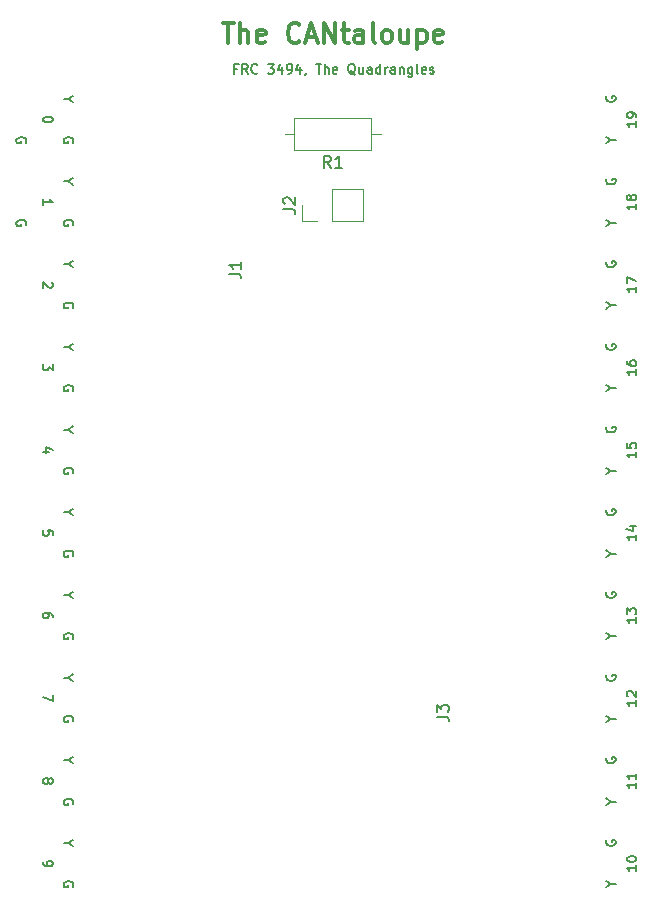
<source format=gbr>
G04 #@! TF.GenerationSoftware,KiCad,Pcbnew,(5.1.4)-1*
G04 #@! TF.CreationDate,2020-01-22T18:28:44-05:00*
G04 #@! TF.ProjectId,Star CAN Board,53746172-2043-4414-9e20-426f6172642e,rev?*
G04 #@! TF.SameCoordinates,Original*
G04 #@! TF.FileFunction,Legend,Top*
G04 #@! TF.FilePolarity,Positive*
%FSLAX46Y46*%
G04 Gerber Fmt 4.6, Leading zero omitted, Abs format (unit mm)*
G04 Created by KiCad (PCBNEW (5.1.4)-1) date 2020-01-22 18:28:44*
%MOMM*%
%LPD*%
G04 APERTURE LIST*
%ADD10C,0.150000*%
%ADD11C,0.300000*%
%ADD12C,0.120000*%
G04 APERTURE END LIST*
D10*
X159093600Y-81287123D02*
X159054895Y-81364533D01*
X159054895Y-81480647D01*
X159093600Y-81596761D01*
X159171009Y-81674171D01*
X159248419Y-81712876D01*
X159403238Y-81751580D01*
X159519352Y-81751580D01*
X159674171Y-81712876D01*
X159751580Y-81674171D01*
X159828990Y-81596761D01*
X159867695Y-81480647D01*
X159867695Y-81403238D01*
X159828990Y-81287123D01*
X159790285Y-81248419D01*
X159519352Y-81248419D01*
X159519352Y-81403238D01*
X159093600Y-74287123D02*
X159054895Y-74364533D01*
X159054895Y-74480647D01*
X159093600Y-74596761D01*
X159171009Y-74674171D01*
X159248419Y-74712876D01*
X159403238Y-74751580D01*
X159519352Y-74751580D01*
X159674171Y-74712876D01*
X159751580Y-74674171D01*
X159828990Y-74596761D01*
X159867695Y-74480647D01*
X159867695Y-74403238D01*
X159828990Y-74287123D01*
X159790285Y-74248419D01*
X159519352Y-74248419D01*
X159519352Y-74403238D01*
X159093600Y-95287123D02*
X159054895Y-95364533D01*
X159054895Y-95480647D01*
X159093600Y-95596761D01*
X159171009Y-95674171D01*
X159248419Y-95712876D01*
X159403238Y-95751580D01*
X159519352Y-95751580D01*
X159674171Y-95712876D01*
X159751580Y-95674171D01*
X159828990Y-95596761D01*
X159867695Y-95480647D01*
X159867695Y-95403238D01*
X159828990Y-95287123D01*
X159790285Y-95248419D01*
X159519352Y-95248419D01*
X159519352Y-95403238D01*
X159093600Y-88287123D02*
X159054895Y-88364533D01*
X159054895Y-88480647D01*
X159093600Y-88596761D01*
X159171009Y-88674171D01*
X159248419Y-88712876D01*
X159403238Y-88751580D01*
X159519352Y-88751580D01*
X159674171Y-88712876D01*
X159751580Y-88674171D01*
X159828990Y-88596761D01*
X159867695Y-88480647D01*
X159867695Y-88403238D01*
X159828990Y-88287123D01*
X159790285Y-88248419D01*
X159519352Y-88248419D01*
X159519352Y-88403238D01*
X159093600Y-109287123D02*
X159054895Y-109364533D01*
X159054895Y-109480647D01*
X159093600Y-109596761D01*
X159171009Y-109674171D01*
X159248419Y-109712876D01*
X159403238Y-109751580D01*
X159519352Y-109751580D01*
X159674171Y-109712876D01*
X159751580Y-109674171D01*
X159828990Y-109596761D01*
X159867695Y-109480647D01*
X159867695Y-109403238D01*
X159828990Y-109287123D01*
X159790285Y-109248419D01*
X159519352Y-109248419D01*
X159519352Y-109403238D01*
X159093600Y-102287123D02*
X159054895Y-102364533D01*
X159054895Y-102480647D01*
X159093600Y-102596761D01*
X159171009Y-102674171D01*
X159248419Y-102712876D01*
X159403238Y-102751580D01*
X159519352Y-102751580D01*
X159674171Y-102712876D01*
X159751580Y-102674171D01*
X159828990Y-102596761D01*
X159867695Y-102480647D01*
X159867695Y-102403238D01*
X159828990Y-102287123D01*
X159790285Y-102248419D01*
X159519352Y-102248419D01*
X159519352Y-102403238D01*
X159093600Y-123287123D02*
X159054895Y-123364533D01*
X159054895Y-123480647D01*
X159093600Y-123596761D01*
X159171009Y-123674171D01*
X159248419Y-123712876D01*
X159403238Y-123751580D01*
X159519352Y-123751580D01*
X159674171Y-123712876D01*
X159751580Y-123674171D01*
X159828990Y-123596761D01*
X159867695Y-123480647D01*
X159867695Y-123403238D01*
X159828990Y-123287123D01*
X159790285Y-123248419D01*
X159519352Y-123248419D01*
X159519352Y-123403238D01*
X159093600Y-116287123D02*
X159054895Y-116364533D01*
X159054895Y-116480647D01*
X159093600Y-116596761D01*
X159171009Y-116674171D01*
X159248419Y-116712876D01*
X159403238Y-116751580D01*
X159519352Y-116751580D01*
X159674171Y-116712876D01*
X159751580Y-116674171D01*
X159828990Y-116596761D01*
X159867695Y-116480647D01*
X159867695Y-116403238D01*
X159828990Y-116287123D01*
X159790285Y-116248419D01*
X159519352Y-116248419D01*
X159519352Y-116403238D01*
X159093600Y-137287123D02*
X159054895Y-137364533D01*
X159054895Y-137480647D01*
X159093600Y-137596761D01*
X159171009Y-137674171D01*
X159248419Y-137712876D01*
X159403238Y-137751580D01*
X159519352Y-137751580D01*
X159674171Y-137712876D01*
X159751580Y-137674171D01*
X159828990Y-137596761D01*
X159867695Y-137480647D01*
X159867695Y-137403238D01*
X159828990Y-137287123D01*
X159790285Y-137248419D01*
X159519352Y-137248419D01*
X159519352Y-137403238D01*
X159093600Y-130287123D02*
X159054895Y-130364533D01*
X159054895Y-130480647D01*
X159093600Y-130596761D01*
X159171009Y-130674171D01*
X159248419Y-130712876D01*
X159403238Y-130751580D01*
X159519352Y-130751580D01*
X159674171Y-130712876D01*
X159751580Y-130674171D01*
X159828990Y-130596761D01*
X159867695Y-130480647D01*
X159867695Y-130403238D01*
X159828990Y-130287123D01*
X159790285Y-130248419D01*
X159519352Y-130248419D01*
X159519352Y-130403238D01*
X113906400Y-134212876D02*
X113945104Y-134135466D01*
X113945104Y-134019352D01*
X113906400Y-133903238D01*
X113828990Y-133825828D01*
X113751580Y-133787123D01*
X113596761Y-133748419D01*
X113480647Y-133748419D01*
X113325828Y-133787123D01*
X113248419Y-133825828D01*
X113171009Y-133903238D01*
X113132304Y-134019352D01*
X113132304Y-134096761D01*
X113171009Y-134212876D01*
X113209714Y-134251580D01*
X113480647Y-134251580D01*
X113480647Y-134096761D01*
X113906400Y-141212876D02*
X113945104Y-141135466D01*
X113945104Y-141019352D01*
X113906400Y-140903238D01*
X113828990Y-140825828D01*
X113751580Y-140787123D01*
X113596761Y-140748419D01*
X113480647Y-140748419D01*
X113325828Y-140787123D01*
X113248419Y-140825828D01*
X113171009Y-140903238D01*
X113132304Y-141019352D01*
X113132304Y-141096761D01*
X113171009Y-141212876D01*
X113209714Y-141251580D01*
X113480647Y-141251580D01*
X113480647Y-141096761D01*
X113906400Y-120212876D02*
X113945104Y-120135466D01*
X113945104Y-120019352D01*
X113906400Y-119903238D01*
X113828990Y-119825828D01*
X113751580Y-119787123D01*
X113596761Y-119748419D01*
X113480647Y-119748419D01*
X113325828Y-119787123D01*
X113248419Y-119825828D01*
X113171009Y-119903238D01*
X113132304Y-120019352D01*
X113132304Y-120096761D01*
X113171009Y-120212876D01*
X113209714Y-120251580D01*
X113480647Y-120251580D01*
X113480647Y-120096761D01*
X113906400Y-127212876D02*
X113945104Y-127135466D01*
X113945104Y-127019352D01*
X113906400Y-126903238D01*
X113828990Y-126825828D01*
X113751580Y-126787123D01*
X113596761Y-126748419D01*
X113480647Y-126748419D01*
X113325828Y-126787123D01*
X113248419Y-126825828D01*
X113171009Y-126903238D01*
X113132304Y-127019352D01*
X113132304Y-127096761D01*
X113171009Y-127212876D01*
X113209714Y-127251580D01*
X113480647Y-127251580D01*
X113480647Y-127096761D01*
X113906400Y-106212876D02*
X113945104Y-106135466D01*
X113945104Y-106019352D01*
X113906400Y-105903238D01*
X113828990Y-105825828D01*
X113751580Y-105787123D01*
X113596761Y-105748419D01*
X113480647Y-105748419D01*
X113325828Y-105787123D01*
X113248419Y-105825828D01*
X113171009Y-105903238D01*
X113132304Y-106019352D01*
X113132304Y-106096761D01*
X113171009Y-106212876D01*
X113209714Y-106251580D01*
X113480647Y-106251580D01*
X113480647Y-106096761D01*
X113906400Y-113212876D02*
X113945104Y-113135466D01*
X113945104Y-113019352D01*
X113906400Y-112903238D01*
X113828990Y-112825828D01*
X113751580Y-112787123D01*
X113596761Y-112748419D01*
X113480647Y-112748419D01*
X113325828Y-112787123D01*
X113248419Y-112825828D01*
X113171009Y-112903238D01*
X113132304Y-113019352D01*
X113132304Y-113096761D01*
X113171009Y-113212876D01*
X113209714Y-113251580D01*
X113480647Y-113251580D01*
X113480647Y-113096761D01*
X113906400Y-92212876D02*
X113945104Y-92135466D01*
X113945104Y-92019352D01*
X113906400Y-91903238D01*
X113828990Y-91825828D01*
X113751580Y-91787123D01*
X113596761Y-91748419D01*
X113480647Y-91748419D01*
X113325828Y-91787123D01*
X113248419Y-91825828D01*
X113171009Y-91903238D01*
X113132304Y-92019352D01*
X113132304Y-92096761D01*
X113171009Y-92212876D01*
X113209714Y-92251580D01*
X113480647Y-92251580D01*
X113480647Y-92096761D01*
X113906400Y-99212876D02*
X113945104Y-99135466D01*
X113945104Y-99019352D01*
X113906400Y-98903238D01*
X113828990Y-98825828D01*
X113751580Y-98787123D01*
X113596761Y-98748419D01*
X113480647Y-98748419D01*
X113325828Y-98787123D01*
X113248419Y-98825828D01*
X113171009Y-98903238D01*
X113132304Y-99019352D01*
X113132304Y-99096761D01*
X113171009Y-99212876D01*
X113209714Y-99251580D01*
X113480647Y-99251580D01*
X113480647Y-99096761D01*
X109906400Y-85212876D02*
X109945104Y-85135466D01*
X109945104Y-85019352D01*
X109906400Y-84903238D01*
X109828990Y-84825828D01*
X109751580Y-84787123D01*
X109596761Y-84748419D01*
X109480647Y-84748419D01*
X109325828Y-84787123D01*
X109248419Y-84825828D01*
X109171009Y-84903238D01*
X109132304Y-85019352D01*
X109132304Y-85096761D01*
X109171009Y-85212876D01*
X109209714Y-85251580D01*
X109480647Y-85251580D01*
X109480647Y-85096761D01*
X109906400Y-78212876D02*
X109945104Y-78135466D01*
X109945104Y-78019352D01*
X109906400Y-77903238D01*
X109828990Y-77825828D01*
X109751580Y-77787123D01*
X109596761Y-77748419D01*
X109480647Y-77748419D01*
X109325828Y-77787123D01*
X109248419Y-77825828D01*
X109171009Y-77903238D01*
X109132304Y-78019352D01*
X109132304Y-78096761D01*
X109171009Y-78212876D01*
X109209714Y-78251580D01*
X109480647Y-78251580D01*
X109480647Y-78096761D01*
X113906400Y-85212876D02*
X113945104Y-85135466D01*
X113945104Y-85019352D01*
X113906400Y-84903238D01*
X113828990Y-84825828D01*
X113751580Y-84787123D01*
X113596761Y-84748419D01*
X113480647Y-84748419D01*
X113325828Y-84787123D01*
X113248419Y-84825828D01*
X113171009Y-84903238D01*
X113132304Y-85019352D01*
X113132304Y-85096761D01*
X113171009Y-85212876D01*
X113209714Y-85251580D01*
X113480647Y-85251580D01*
X113480647Y-85096761D01*
X113906400Y-78212876D02*
X113945104Y-78135466D01*
X113945104Y-78019352D01*
X113906400Y-77903238D01*
X113828990Y-77825828D01*
X113751580Y-77787123D01*
X113596761Y-77748419D01*
X113480647Y-77748419D01*
X113325828Y-77787123D01*
X113248419Y-77825828D01*
X113171009Y-77903238D01*
X113132304Y-78019352D01*
X113132304Y-78096761D01*
X113171009Y-78212876D01*
X113209714Y-78251580D01*
X113480647Y-78251580D01*
X113480647Y-78096761D01*
X159480647Y-78000000D02*
X159867695Y-78000000D01*
X159054895Y-78270933D02*
X159480647Y-78000000D01*
X159054895Y-77729066D01*
X159480647Y-85000000D02*
X159867695Y-85000000D01*
X159054895Y-85270933D02*
X159480647Y-85000000D01*
X159054895Y-84729066D01*
X159480647Y-92000000D02*
X159867695Y-92000000D01*
X159054895Y-92270933D02*
X159480647Y-92000000D01*
X159054895Y-91729066D01*
X159480647Y-99000000D02*
X159867695Y-99000000D01*
X159054895Y-99270933D02*
X159480647Y-99000000D01*
X159054895Y-98729066D01*
X159480647Y-106000000D02*
X159867695Y-106000000D01*
X159054895Y-106270933D02*
X159480647Y-106000000D01*
X159054895Y-105729066D01*
X159480647Y-113000000D02*
X159867695Y-113000000D01*
X159054895Y-113270933D02*
X159480647Y-113000000D01*
X159054895Y-112729066D01*
X159480647Y-120000000D02*
X159867695Y-120000000D01*
X159054895Y-120270933D02*
X159480647Y-120000000D01*
X159054895Y-119729066D01*
X159480647Y-127000000D02*
X159867695Y-127000000D01*
X159054895Y-127270933D02*
X159480647Y-127000000D01*
X159054895Y-126729066D01*
X159480647Y-141000000D02*
X159867695Y-141000000D01*
X159054895Y-141270933D02*
X159480647Y-141000000D01*
X159054895Y-140729066D01*
X159480647Y-134000000D02*
X159867695Y-134000000D01*
X159054895Y-134270933D02*
X159480647Y-134000000D01*
X159054895Y-133729066D01*
X113519352Y-130500000D02*
X113132304Y-130500000D01*
X113945104Y-130229066D02*
X113519352Y-130500000D01*
X113945104Y-130770933D01*
X113519352Y-137500000D02*
X113132304Y-137500000D01*
X113945104Y-137229066D02*
X113519352Y-137500000D01*
X113945104Y-137770933D01*
X113519352Y-116500000D02*
X113132304Y-116500000D01*
X113945104Y-116229066D02*
X113519352Y-116500000D01*
X113945104Y-116770933D01*
X113519352Y-123500000D02*
X113132304Y-123500000D01*
X113945104Y-123229066D02*
X113519352Y-123500000D01*
X113945104Y-123770933D01*
X113519352Y-102500000D02*
X113132304Y-102500000D01*
X113945104Y-102229066D02*
X113519352Y-102500000D01*
X113945104Y-102770933D01*
X113519352Y-109500000D02*
X113132304Y-109500000D01*
X113945104Y-109229066D02*
X113519352Y-109500000D01*
X113945104Y-109770933D01*
X113519352Y-88500000D02*
X113132304Y-88500000D01*
X113945104Y-88229066D02*
X113519352Y-88500000D01*
X113945104Y-88770933D01*
X113519352Y-95500000D02*
X113132304Y-95500000D01*
X113945104Y-95229066D02*
X113519352Y-95500000D01*
X113945104Y-95770933D01*
X113519352Y-81500000D02*
X113132304Y-81500000D01*
X113945104Y-81229066D02*
X113519352Y-81500000D01*
X113945104Y-81770933D01*
X113519352Y-74500000D02*
X113132304Y-74500000D01*
X113945104Y-74229066D02*
X113519352Y-74500000D01*
X113945104Y-74770933D01*
X127833295Y-71941942D02*
X127562361Y-71941942D01*
X127562361Y-72367695D02*
X127562361Y-71554895D01*
X127949409Y-71554895D01*
X128723504Y-72367695D02*
X128452571Y-71980647D01*
X128259047Y-72367695D02*
X128259047Y-71554895D01*
X128568685Y-71554895D01*
X128646095Y-71593600D01*
X128684800Y-71632304D01*
X128723504Y-71709714D01*
X128723504Y-71825828D01*
X128684800Y-71903238D01*
X128646095Y-71941942D01*
X128568685Y-71980647D01*
X128259047Y-71980647D01*
X129536304Y-72290285D02*
X129497600Y-72328990D01*
X129381485Y-72367695D01*
X129304076Y-72367695D01*
X129187961Y-72328990D01*
X129110552Y-72251580D01*
X129071847Y-72174171D01*
X129033142Y-72019352D01*
X129033142Y-71903238D01*
X129071847Y-71748419D01*
X129110552Y-71671009D01*
X129187961Y-71593600D01*
X129304076Y-71554895D01*
X129381485Y-71554895D01*
X129497600Y-71593600D01*
X129536304Y-71632304D01*
X130426514Y-71554895D02*
X130929676Y-71554895D01*
X130658742Y-71864533D01*
X130774857Y-71864533D01*
X130852266Y-71903238D01*
X130890971Y-71941942D01*
X130929676Y-72019352D01*
X130929676Y-72212876D01*
X130890971Y-72290285D01*
X130852266Y-72328990D01*
X130774857Y-72367695D01*
X130542628Y-72367695D01*
X130465219Y-72328990D01*
X130426514Y-72290285D01*
X131626361Y-71825828D02*
X131626361Y-72367695D01*
X131432838Y-71516190D02*
X131239314Y-72096761D01*
X131742476Y-72096761D01*
X132090819Y-72367695D02*
X132245638Y-72367695D01*
X132323047Y-72328990D01*
X132361752Y-72290285D01*
X132439161Y-72174171D01*
X132477866Y-72019352D01*
X132477866Y-71709714D01*
X132439161Y-71632304D01*
X132400457Y-71593600D01*
X132323047Y-71554895D01*
X132168228Y-71554895D01*
X132090819Y-71593600D01*
X132052114Y-71632304D01*
X132013409Y-71709714D01*
X132013409Y-71903238D01*
X132052114Y-71980647D01*
X132090819Y-72019352D01*
X132168228Y-72058057D01*
X132323047Y-72058057D01*
X132400457Y-72019352D01*
X132439161Y-71980647D01*
X132477866Y-71903238D01*
X133174552Y-71825828D02*
X133174552Y-72367695D01*
X132981028Y-71516190D02*
X132787504Y-72096761D01*
X133290666Y-72096761D01*
X133639009Y-72328990D02*
X133639009Y-72367695D01*
X133600304Y-72445104D01*
X133561600Y-72483809D01*
X134490514Y-71554895D02*
X134954971Y-71554895D01*
X134722742Y-72367695D02*
X134722742Y-71554895D01*
X135225904Y-72367695D02*
X135225904Y-71554895D01*
X135574247Y-72367695D02*
X135574247Y-71941942D01*
X135535542Y-71864533D01*
X135458133Y-71825828D01*
X135342019Y-71825828D01*
X135264609Y-71864533D01*
X135225904Y-71903238D01*
X136270933Y-72328990D02*
X136193523Y-72367695D01*
X136038704Y-72367695D01*
X135961295Y-72328990D01*
X135922590Y-72251580D01*
X135922590Y-71941942D01*
X135961295Y-71864533D01*
X136038704Y-71825828D01*
X136193523Y-71825828D01*
X136270933Y-71864533D01*
X136309638Y-71941942D01*
X136309638Y-72019352D01*
X135922590Y-72096761D01*
X137819123Y-72445104D02*
X137741714Y-72406400D01*
X137664304Y-72328990D01*
X137548190Y-72212876D01*
X137470780Y-72174171D01*
X137393371Y-72174171D01*
X137432076Y-72367695D02*
X137354666Y-72328990D01*
X137277257Y-72251580D01*
X137238552Y-72096761D01*
X137238552Y-71825828D01*
X137277257Y-71671009D01*
X137354666Y-71593600D01*
X137432076Y-71554895D01*
X137586895Y-71554895D01*
X137664304Y-71593600D01*
X137741714Y-71671009D01*
X137780419Y-71825828D01*
X137780419Y-72096761D01*
X137741714Y-72251580D01*
X137664304Y-72328990D01*
X137586895Y-72367695D01*
X137432076Y-72367695D01*
X138477104Y-71825828D02*
X138477104Y-72367695D01*
X138128761Y-71825828D02*
X138128761Y-72251580D01*
X138167466Y-72328990D01*
X138244876Y-72367695D01*
X138360990Y-72367695D01*
X138438400Y-72328990D01*
X138477104Y-72290285D01*
X139212495Y-72367695D02*
X139212495Y-71941942D01*
X139173790Y-71864533D01*
X139096380Y-71825828D01*
X138941561Y-71825828D01*
X138864152Y-71864533D01*
X139212495Y-72328990D02*
X139135085Y-72367695D01*
X138941561Y-72367695D01*
X138864152Y-72328990D01*
X138825447Y-72251580D01*
X138825447Y-72174171D01*
X138864152Y-72096761D01*
X138941561Y-72058057D01*
X139135085Y-72058057D01*
X139212495Y-72019352D01*
X139947885Y-72367695D02*
X139947885Y-71554895D01*
X139947885Y-72328990D02*
X139870476Y-72367695D01*
X139715657Y-72367695D01*
X139638247Y-72328990D01*
X139599542Y-72290285D01*
X139560838Y-72212876D01*
X139560838Y-71980647D01*
X139599542Y-71903238D01*
X139638247Y-71864533D01*
X139715657Y-71825828D01*
X139870476Y-71825828D01*
X139947885Y-71864533D01*
X140334933Y-72367695D02*
X140334933Y-71825828D01*
X140334933Y-71980647D02*
X140373638Y-71903238D01*
X140412342Y-71864533D01*
X140489752Y-71825828D01*
X140567161Y-71825828D01*
X141186438Y-72367695D02*
X141186438Y-71941942D01*
X141147733Y-71864533D01*
X141070323Y-71825828D01*
X140915504Y-71825828D01*
X140838095Y-71864533D01*
X141186438Y-72328990D02*
X141109028Y-72367695D01*
X140915504Y-72367695D01*
X140838095Y-72328990D01*
X140799390Y-72251580D01*
X140799390Y-72174171D01*
X140838095Y-72096761D01*
X140915504Y-72058057D01*
X141109028Y-72058057D01*
X141186438Y-72019352D01*
X141573485Y-71825828D02*
X141573485Y-72367695D01*
X141573485Y-71903238D02*
X141612190Y-71864533D01*
X141689600Y-71825828D01*
X141805714Y-71825828D01*
X141883123Y-71864533D01*
X141921828Y-71941942D01*
X141921828Y-72367695D01*
X142657219Y-71825828D02*
X142657219Y-72483809D01*
X142618514Y-72561219D01*
X142579809Y-72599923D01*
X142502400Y-72638628D01*
X142386285Y-72638628D01*
X142308876Y-72599923D01*
X142657219Y-72328990D02*
X142579809Y-72367695D01*
X142424990Y-72367695D01*
X142347580Y-72328990D01*
X142308876Y-72290285D01*
X142270171Y-72212876D01*
X142270171Y-71980647D01*
X142308876Y-71903238D01*
X142347580Y-71864533D01*
X142424990Y-71825828D01*
X142579809Y-71825828D01*
X142657219Y-71864533D01*
X143160380Y-72367695D02*
X143082971Y-72328990D01*
X143044266Y-72251580D01*
X143044266Y-71554895D01*
X143779657Y-72328990D02*
X143702247Y-72367695D01*
X143547428Y-72367695D01*
X143470019Y-72328990D01*
X143431314Y-72251580D01*
X143431314Y-71941942D01*
X143470019Y-71864533D01*
X143547428Y-71825828D01*
X143702247Y-71825828D01*
X143779657Y-71864533D01*
X143818361Y-71941942D01*
X143818361Y-72019352D01*
X143431314Y-72096761D01*
X144128000Y-72328990D02*
X144205409Y-72367695D01*
X144360228Y-72367695D01*
X144437638Y-72328990D01*
X144476342Y-72251580D01*
X144476342Y-72212876D01*
X144437638Y-72135466D01*
X144360228Y-72096761D01*
X144244114Y-72096761D01*
X144166704Y-72058057D01*
X144128000Y-71980647D01*
X144128000Y-71941942D01*
X144166704Y-71864533D01*
X144244114Y-71825828D01*
X144360228Y-71825828D01*
X144437638Y-71864533D01*
D11*
X126594742Y-68109790D02*
X127523657Y-68109790D01*
X127059200Y-69735390D02*
X127059200Y-68109790D01*
X128065523Y-69735390D02*
X128065523Y-68109790D01*
X128762209Y-69735390D02*
X128762209Y-68883885D01*
X128684800Y-68729066D01*
X128529980Y-68651657D01*
X128297752Y-68651657D01*
X128142933Y-68729066D01*
X128065523Y-68806476D01*
X130155580Y-69657980D02*
X130000761Y-69735390D01*
X129691123Y-69735390D01*
X129536304Y-69657980D01*
X129458895Y-69503161D01*
X129458895Y-68883885D01*
X129536304Y-68729066D01*
X129691123Y-68651657D01*
X130000761Y-68651657D01*
X130155580Y-68729066D01*
X130232990Y-68883885D01*
X130232990Y-69038704D01*
X129458895Y-69193523D01*
X133097142Y-69580571D02*
X133019733Y-69657980D01*
X132787504Y-69735390D01*
X132632685Y-69735390D01*
X132400457Y-69657980D01*
X132245638Y-69503161D01*
X132168228Y-69348342D01*
X132090819Y-69038704D01*
X132090819Y-68806476D01*
X132168228Y-68496838D01*
X132245638Y-68342019D01*
X132400457Y-68187200D01*
X132632685Y-68109790D01*
X132787504Y-68109790D01*
X133019733Y-68187200D01*
X133097142Y-68264609D01*
X133716419Y-69270933D02*
X134490514Y-69270933D01*
X133561600Y-69735390D02*
X134103466Y-68109790D01*
X134645333Y-69735390D01*
X135187200Y-69735390D02*
X135187200Y-68109790D01*
X136116114Y-69735390D01*
X136116114Y-68109790D01*
X136657980Y-68651657D02*
X137277257Y-68651657D01*
X136890209Y-68109790D02*
X136890209Y-69503161D01*
X136967619Y-69657980D01*
X137122438Y-69735390D01*
X137277257Y-69735390D01*
X138515809Y-69735390D02*
X138515809Y-68883885D01*
X138438400Y-68729066D01*
X138283580Y-68651657D01*
X137973942Y-68651657D01*
X137819123Y-68729066D01*
X138515809Y-69657980D02*
X138360990Y-69735390D01*
X137973942Y-69735390D01*
X137819123Y-69657980D01*
X137741714Y-69503161D01*
X137741714Y-69348342D01*
X137819123Y-69193523D01*
X137973942Y-69116114D01*
X138360990Y-69116114D01*
X138515809Y-69038704D01*
X139522133Y-69735390D02*
X139367314Y-69657980D01*
X139289904Y-69503161D01*
X139289904Y-68109790D01*
X140373638Y-69735390D02*
X140218819Y-69657980D01*
X140141409Y-69580571D01*
X140064000Y-69425752D01*
X140064000Y-68961295D01*
X140141409Y-68806476D01*
X140218819Y-68729066D01*
X140373638Y-68651657D01*
X140605866Y-68651657D01*
X140760685Y-68729066D01*
X140838095Y-68806476D01*
X140915504Y-68961295D01*
X140915504Y-69425752D01*
X140838095Y-69580571D01*
X140760685Y-69657980D01*
X140605866Y-69735390D01*
X140373638Y-69735390D01*
X142308876Y-68651657D02*
X142308876Y-69735390D01*
X141612190Y-68651657D02*
X141612190Y-69503161D01*
X141689600Y-69657980D01*
X141844419Y-69735390D01*
X142076647Y-69735390D01*
X142231466Y-69657980D01*
X142308876Y-69580571D01*
X143082971Y-68651657D02*
X143082971Y-70277257D01*
X143082971Y-68729066D02*
X143237790Y-68651657D01*
X143547428Y-68651657D01*
X143702247Y-68729066D01*
X143779657Y-68806476D01*
X143857066Y-68961295D01*
X143857066Y-69425752D01*
X143779657Y-69580571D01*
X143702247Y-69657980D01*
X143547428Y-69735390D01*
X143237790Y-69735390D01*
X143082971Y-69657980D01*
X145173028Y-69657980D02*
X145018209Y-69735390D01*
X144708571Y-69735390D01*
X144553752Y-69657980D01*
X144476342Y-69503161D01*
X144476342Y-68883885D01*
X144553752Y-68729066D01*
X144708571Y-68651657D01*
X145018209Y-68651657D01*
X145173028Y-68729066D01*
X145250438Y-68883885D01*
X145250438Y-69038704D01*
X144476342Y-69193523D01*
D10*
X161617695Y-76404819D02*
X161617695Y-76869276D01*
X161617695Y-76637047D02*
X160804895Y-76637047D01*
X160921009Y-76714457D01*
X160998419Y-76791866D01*
X161037123Y-76869276D01*
X161617695Y-76017771D02*
X161617695Y-75862952D01*
X161578990Y-75785542D01*
X161540285Y-75746838D01*
X161424171Y-75669428D01*
X161269352Y-75630723D01*
X160959714Y-75630723D01*
X160882304Y-75669428D01*
X160843600Y-75708133D01*
X160804895Y-75785542D01*
X160804895Y-75940361D01*
X160843600Y-76017771D01*
X160882304Y-76056476D01*
X160959714Y-76095180D01*
X161153238Y-76095180D01*
X161230647Y-76056476D01*
X161269352Y-76017771D01*
X161308057Y-75940361D01*
X161308057Y-75785542D01*
X161269352Y-75708133D01*
X161230647Y-75669428D01*
X161153238Y-75630723D01*
X161617695Y-83404819D02*
X161617695Y-83869276D01*
X161617695Y-83637047D02*
X160804895Y-83637047D01*
X160921009Y-83714457D01*
X160998419Y-83791866D01*
X161037123Y-83869276D01*
X161153238Y-82940361D02*
X161114533Y-83017771D01*
X161075828Y-83056476D01*
X160998419Y-83095180D01*
X160959714Y-83095180D01*
X160882304Y-83056476D01*
X160843600Y-83017771D01*
X160804895Y-82940361D01*
X160804895Y-82785542D01*
X160843600Y-82708133D01*
X160882304Y-82669428D01*
X160959714Y-82630723D01*
X160998419Y-82630723D01*
X161075828Y-82669428D01*
X161114533Y-82708133D01*
X161153238Y-82785542D01*
X161153238Y-82940361D01*
X161191942Y-83017771D01*
X161230647Y-83056476D01*
X161308057Y-83095180D01*
X161462876Y-83095180D01*
X161540285Y-83056476D01*
X161578990Y-83017771D01*
X161617695Y-82940361D01*
X161617695Y-82785542D01*
X161578990Y-82708133D01*
X161540285Y-82669428D01*
X161462876Y-82630723D01*
X161308057Y-82630723D01*
X161230647Y-82669428D01*
X161191942Y-82708133D01*
X161153238Y-82785542D01*
X161617695Y-90404819D02*
X161617695Y-90869276D01*
X161617695Y-90637047D02*
X160804895Y-90637047D01*
X160921009Y-90714457D01*
X160998419Y-90791866D01*
X161037123Y-90869276D01*
X160804895Y-90133885D02*
X160804895Y-89592019D01*
X161617695Y-89940361D01*
X161617695Y-97404819D02*
X161617695Y-97869276D01*
X161617695Y-97637047D02*
X160804895Y-97637047D01*
X160921009Y-97714457D01*
X160998419Y-97791866D01*
X161037123Y-97869276D01*
X160804895Y-96708133D02*
X160804895Y-96862952D01*
X160843600Y-96940361D01*
X160882304Y-96979066D01*
X160998419Y-97056476D01*
X161153238Y-97095180D01*
X161462876Y-97095180D01*
X161540285Y-97056476D01*
X161578990Y-97017771D01*
X161617695Y-96940361D01*
X161617695Y-96785542D01*
X161578990Y-96708133D01*
X161540285Y-96669428D01*
X161462876Y-96630723D01*
X161269352Y-96630723D01*
X161191942Y-96669428D01*
X161153238Y-96708133D01*
X161114533Y-96785542D01*
X161114533Y-96940361D01*
X161153238Y-97017771D01*
X161191942Y-97056476D01*
X161269352Y-97095180D01*
X161617695Y-104404819D02*
X161617695Y-104869276D01*
X161617695Y-104637047D02*
X160804895Y-104637047D01*
X160921009Y-104714457D01*
X160998419Y-104791866D01*
X161037123Y-104869276D01*
X160804895Y-103669428D02*
X160804895Y-104056476D01*
X161191942Y-104095180D01*
X161153238Y-104056476D01*
X161114533Y-103979066D01*
X161114533Y-103785542D01*
X161153238Y-103708133D01*
X161191942Y-103669428D01*
X161269352Y-103630723D01*
X161462876Y-103630723D01*
X161540285Y-103669428D01*
X161578990Y-103708133D01*
X161617695Y-103785542D01*
X161617695Y-103979066D01*
X161578990Y-104056476D01*
X161540285Y-104095180D01*
X161617695Y-111404819D02*
X161617695Y-111869276D01*
X161617695Y-111637047D02*
X160804895Y-111637047D01*
X160921009Y-111714457D01*
X160998419Y-111791866D01*
X161037123Y-111869276D01*
X161075828Y-110708133D02*
X161617695Y-110708133D01*
X160766190Y-110901657D02*
X161346761Y-111095180D01*
X161346761Y-110592019D01*
X161617695Y-118404819D02*
X161617695Y-118869276D01*
X161617695Y-118637047D02*
X160804895Y-118637047D01*
X160921009Y-118714457D01*
X160998419Y-118791866D01*
X161037123Y-118869276D01*
X160804895Y-118133885D02*
X160804895Y-117630723D01*
X161114533Y-117901657D01*
X161114533Y-117785542D01*
X161153238Y-117708133D01*
X161191942Y-117669428D01*
X161269352Y-117630723D01*
X161462876Y-117630723D01*
X161540285Y-117669428D01*
X161578990Y-117708133D01*
X161617695Y-117785542D01*
X161617695Y-118017771D01*
X161578990Y-118095180D01*
X161540285Y-118133885D01*
X161617695Y-125404819D02*
X161617695Y-125869276D01*
X161617695Y-125637047D02*
X160804895Y-125637047D01*
X160921009Y-125714457D01*
X160998419Y-125791866D01*
X161037123Y-125869276D01*
X160882304Y-125095180D02*
X160843600Y-125056476D01*
X160804895Y-124979066D01*
X160804895Y-124785542D01*
X160843600Y-124708133D01*
X160882304Y-124669428D01*
X160959714Y-124630723D01*
X161037123Y-124630723D01*
X161153238Y-124669428D01*
X161617695Y-125133885D01*
X161617695Y-124630723D01*
X161617695Y-132404819D02*
X161617695Y-132869276D01*
X161617695Y-132637047D02*
X160804895Y-132637047D01*
X160921009Y-132714457D01*
X160998419Y-132791866D01*
X161037123Y-132869276D01*
X161617695Y-131630723D02*
X161617695Y-132095180D01*
X161617695Y-131862952D02*
X160804895Y-131862952D01*
X160921009Y-131940361D01*
X160998419Y-132017771D01*
X161037123Y-132095180D01*
X161617695Y-139404819D02*
X161617695Y-139869276D01*
X161617695Y-139637047D02*
X160804895Y-139637047D01*
X160921009Y-139714457D01*
X160998419Y-139791866D01*
X161037123Y-139869276D01*
X160804895Y-138901657D02*
X160804895Y-138824247D01*
X160843600Y-138746838D01*
X160882304Y-138708133D01*
X160959714Y-138669428D01*
X161114533Y-138630723D01*
X161308057Y-138630723D01*
X161462876Y-138669428D01*
X161540285Y-138708133D01*
X161578990Y-138746838D01*
X161617695Y-138824247D01*
X161617695Y-138901657D01*
X161578990Y-138979066D01*
X161540285Y-139017771D01*
X161462876Y-139056476D01*
X161308057Y-139095180D01*
X161114533Y-139095180D01*
X160959714Y-139056476D01*
X160882304Y-139017771D01*
X160843600Y-138979066D01*
X160804895Y-138901657D01*
X111382304Y-139095180D02*
X111382304Y-139250000D01*
X111421009Y-139327409D01*
X111459714Y-139366114D01*
X111575828Y-139443523D01*
X111730647Y-139482228D01*
X112040285Y-139482228D01*
X112117695Y-139443523D01*
X112156400Y-139404819D01*
X112195104Y-139327409D01*
X112195104Y-139172590D01*
X112156400Y-139095180D01*
X112117695Y-139056476D01*
X112040285Y-139017771D01*
X111846761Y-139017771D01*
X111769352Y-139056476D01*
X111730647Y-139095180D01*
X111691942Y-139172590D01*
X111691942Y-139327409D01*
X111730647Y-139404819D01*
X111769352Y-139443523D01*
X111846761Y-139482228D01*
X111846761Y-132172590D02*
X111885466Y-132095180D01*
X111924171Y-132056476D01*
X112001580Y-132017771D01*
X112040285Y-132017771D01*
X112117695Y-132056476D01*
X112156400Y-132095180D01*
X112195104Y-132172590D01*
X112195104Y-132327409D01*
X112156400Y-132404819D01*
X112117695Y-132443523D01*
X112040285Y-132482228D01*
X112001580Y-132482228D01*
X111924171Y-132443523D01*
X111885466Y-132404819D01*
X111846761Y-132327409D01*
X111846761Y-132172590D01*
X111808057Y-132095180D01*
X111769352Y-132056476D01*
X111691942Y-132017771D01*
X111537123Y-132017771D01*
X111459714Y-132056476D01*
X111421009Y-132095180D01*
X111382304Y-132172590D01*
X111382304Y-132327409D01*
X111421009Y-132404819D01*
X111459714Y-132443523D01*
X111537123Y-132482228D01*
X111691942Y-132482228D01*
X111769352Y-132443523D01*
X111808057Y-132404819D01*
X111846761Y-132327409D01*
X112195104Y-124979066D02*
X112195104Y-125520933D01*
X111382304Y-125172590D01*
X112195104Y-118404819D02*
X112195104Y-118250000D01*
X112156400Y-118172590D01*
X112117695Y-118133885D01*
X112001580Y-118056476D01*
X111846761Y-118017771D01*
X111537123Y-118017771D01*
X111459714Y-118056476D01*
X111421009Y-118095180D01*
X111382304Y-118172590D01*
X111382304Y-118327409D01*
X111421009Y-118404819D01*
X111459714Y-118443523D01*
X111537123Y-118482228D01*
X111730647Y-118482228D01*
X111808057Y-118443523D01*
X111846761Y-118404819D01*
X111885466Y-118327409D01*
X111885466Y-118172590D01*
X111846761Y-118095180D01*
X111808057Y-118056476D01*
X111730647Y-118017771D01*
X112195104Y-111443523D02*
X112195104Y-111056476D01*
X111808057Y-111017771D01*
X111846761Y-111056476D01*
X111885466Y-111133885D01*
X111885466Y-111327409D01*
X111846761Y-111404819D01*
X111808057Y-111443523D01*
X111730647Y-111482228D01*
X111537123Y-111482228D01*
X111459714Y-111443523D01*
X111421009Y-111404819D01*
X111382304Y-111327409D01*
X111382304Y-111133885D01*
X111421009Y-111056476D01*
X111459714Y-111017771D01*
X111924171Y-104404819D02*
X111382304Y-104404819D01*
X112233809Y-104211295D02*
X111653238Y-104017771D01*
X111653238Y-104520933D01*
X112195104Y-96979066D02*
X112195104Y-97482228D01*
X111885466Y-97211295D01*
X111885466Y-97327409D01*
X111846761Y-97404819D01*
X111808057Y-97443523D01*
X111730647Y-97482228D01*
X111537123Y-97482228D01*
X111459714Y-97443523D01*
X111421009Y-97404819D01*
X111382304Y-97327409D01*
X111382304Y-97095180D01*
X111421009Y-97017771D01*
X111459714Y-96979066D01*
X112117695Y-90017771D02*
X112156400Y-90056476D01*
X112195104Y-90133885D01*
X112195104Y-90327409D01*
X112156400Y-90404819D01*
X112117695Y-90443523D01*
X112040285Y-90482228D01*
X111962876Y-90482228D01*
X111846761Y-90443523D01*
X111382304Y-89979066D01*
X111382304Y-90482228D01*
X112195104Y-76211295D02*
X112195104Y-76288704D01*
X112156400Y-76366114D01*
X112117695Y-76404819D01*
X112040285Y-76443523D01*
X111885466Y-76482228D01*
X111691942Y-76482228D01*
X111537123Y-76443523D01*
X111459714Y-76404819D01*
X111421009Y-76366114D01*
X111382304Y-76288704D01*
X111382304Y-76211295D01*
X111421009Y-76133885D01*
X111459714Y-76095180D01*
X111537123Y-76056476D01*
X111691942Y-76017771D01*
X111885466Y-76017771D01*
X112040285Y-76056476D01*
X112117695Y-76095180D01*
X112156400Y-76133885D01*
X112195104Y-76211295D01*
X111382304Y-83482228D02*
X111382304Y-83017771D01*
X111382304Y-83250000D02*
X112195104Y-83250000D01*
X112078990Y-83172590D01*
X112001580Y-83095180D01*
X111962876Y-83017771D01*
D12*
X131880000Y-77500000D02*
X132650000Y-77500000D01*
X139960000Y-77500000D02*
X139190000Y-77500000D01*
X132650000Y-78870000D02*
X139190000Y-78870000D01*
X132650000Y-76130000D02*
X132650000Y-78870000D01*
X139190000Y-76130000D02*
X132650000Y-76130000D01*
X139190000Y-78870000D02*
X139190000Y-76130000D01*
X138490000Y-84830000D02*
X138490000Y-82170000D01*
X135890000Y-84830000D02*
X138490000Y-84830000D01*
X135890000Y-82170000D02*
X138490000Y-82170000D01*
X135890000Y-84830000D02*
X135890000Y-82170000D01*
X134620000Y-84830000D02*
X133290000Y-84830000D01*
X133290000Y-84830000D02*
X133290000Y-83500000D01*
D10*
X135753333Y-80322380D02*
X135420000Y-79846190D01*
X135181904Y-80322380D02*
X135181904Y-79322380D01*
X135562857Y-79322380D01*
X135658095Y-79370000D01*
X135705714Y-79417619D01*
X135753333Y-79512857D01*
X135753333Y-79655714D01*
X135705714Y-79750952D01*
X135658095Y-79798571D01*
X135562857Y-79846190D01*
X135181904Y-79846190D01*
X136705714Y-80322380D02*
X136134285Y-80322380D01*
X136420000Y-80322380D02*
X136420000Y-79322380D01*
X136324761Y-79465238D01*
X136229523Y-79560476D01*
X136134285Y-79608095D01*
X127142380Y-89303333D02*
X127856666Y-89303333D01*
X127999523Y-89350952D01*
X128094761Y-89446190D01*
X128142380Y-89589047D01*
X128142380Y-89684285D01*
X128142380Y-88303333D02*
X128142380Y-88874761D01*
X128142380Y-88589047D02*
X127142380Y-88589047D01*
X127285238Y-88684285D01*
X127380476Y-88779523D01*
X127428095Y-88874761D01*
X144732380Y-126803333D02*
X145446666Y-126803333D01*
X145589523Y-126850952D01*
X145684761Y-126946190D01*
X145732380Y-127089047D01*
X145732380Y-127184285D01*
X144732380Y-126422380D02*
X144732380Y-125803333D01*
X145113333Y-126136666D01*
X145113333Y-125993809D01*
X145160952Y-125898571D01*
X145208571Y-125850952D01*
X145303809Y-125803333D01*
X145541904Y-125803333D01*
X145637142Y-125850952D01*
X145684761Y-125898571D01*
X145732380Y-125993809D01*
X145732380Y-126279523D01*
X145684761Y-126374761D01*
X145637142Y-126422380D01*
X131742380Y-83833333D02*
X132456666Y-83833333D01*
X132599523Y-83880952D01*
X132694761Y-83976190D01*
X132742380Y-84119047D01*
X132742380Y-84214285D01*
X131837619Y-83404761D02*
X131790000Y-83357142D01*
X131742380Y-83261904D01*
X131742380Y-83023809D01*
X131790000Y-82928571D01*
X131837619Y-82880952D01*
X131932857Y-82833333D01*
X132028095Y-82833333D01*
X132170952Y-82880952D01*
X132742380Y-83452380D01*
X132742380Y-82833333D01*
M02*

</source>
